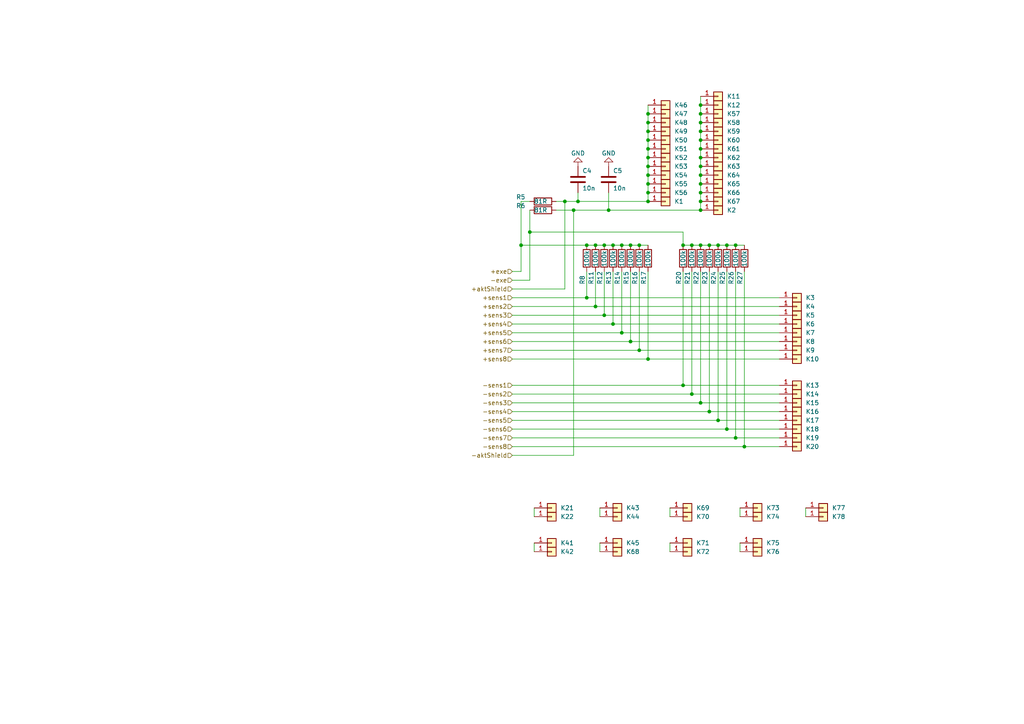
<source format=kicad_sch>
(kicad_sch (version 20211123) (generator eeschema)
  (paper "A4")
  (lib_symbols
    (symbol "Connector_Generic:Conn_01x01" (pin_names (offset 1.016) hide)
      (property "Reference" "J" (at 0 2.54 0))
      (property "Value" "Conn_01x01" (at 0 -2.54 0))
      (symbol "Conn_01x01_1_1"
        (rectangle (start -1.27 0.127) (end 0 -0.127) (stroke (width 0.1524)))
        (rectangle (start -1.27 1.27) (end 1.27 -1.27) (stroke (width 0.254)) (fill (type background)))
        (pin passive line (at -5.08 0 0) (length 3.81) (name "Pin_1") (number "1"))
      )
    )
    (symbol "Device:C" (pin_numbers hide) (pin_names (offset 0.254))
      (property "Reference" "C" (at 0.635 2.54 0))
      (property "Value" "C" (at 0.635 -2.54 0))
      (symbol "C_0_1"
        (polyline (pts (xy -2.032 -0.762) (xy 2.032 -0.762)) (stroke (width 0.508)))
        (polyline (pts (xy -2.032 0.762) (xy 2.032 0.762)) (stroke (width 0.508)))
      )
      (symbol "C_1_1"
        (pin passive line (at 0 3.81 270) (length 2.794) (name "~") (number "1"))
        (pin passive line (at 0 -3.81 90) (length 2.794) (name "~") (number "2"))
      )
    )
    (symbol "Device:R" (pin_numbers hide) (pin_names (offset 0))
      (property "Reference" "R" (at 2.032 0 90))
      (property "Value" "R" (at 0 0 90))
      (symbol "R_0_1"
        (rectangle (start -1.016 -2.54) (end 1.016 2.54) (stroke (width 0.254)))
      )
      (symbol "R_1_1"
        (pin passive line (at 0 3.81 270) (length 1.27) (name "~") (number "1"))
        (pin passive line (at 0 -3.81 90) (length 1.27) (name "~") (number "2"))
      )
    )
    (symbol "power:GND" (power) (pin_names (offset 0))
      (property "Value" "GND" (at 0 -3.81 0))
      (symbol "GND_0_1"
        (polyline (pts (xy 0 0) (xy 0 -1.27) (xy 1.27 -1.27) (xy 0 -2.54) (xy -1.27 -1.27) (xy 0 -1.27)))
      )
      (symbol "GND_1_1"
        (pin power_in line (at 0 0 270) (length 0) hide (name "GND") (number "1"))
      )
    )
  )
  (junction (at 203.2 33.02))
  (junction (at 151.13 71.12))
  (junction (at 187.96 43.18))
  (junction (at 153.67 67.31))
  (junction (at 172.72 88.9))
  (junction (at 203.2 55.88))
  (junction (at 203.2 50.8))
  (junction (at 203.2 45.72))
  (junction (at 175.26 71.12))
  (junction (at 166.37 60.96))
  (junction (at 187.96 45.72))
  (junction (at 185.42 101.6))
  (junction (at 187.96 104.14))
  (junction (at 203.2 35.56))
  (junction (at 210.82 71.12))
  (junction (at 185.42 71.12))
  (junction (at 167.64 58.42))
  (junction (at 177.8 93.98))
  (junction (at 187.96 40.64))
  (junction (at 187.96 50.8))
  (junction (at 203.2 48.26))
  (junction (at 177.8 71.12))
  (junction (at 187.96 35.56))
  (junction (at 200.66 71.12))
  (junction (at 187.96 33.02))
  (junction (at 172.72 71.12))
  (junction (at 203.2 43.18))
  (junction (at 205.74 71.12))
  (junction (at 187.96 48.26))
  (junction (at 187.96 58.42))
  (junction (at 200.66 114.3))
  (junction (at 205.74 119.38))
  (junction (at 210.82 124.46))
  (junction (at 182.88 99.06))
  (junction (at 208.28 121.92))
  (junction (at 187.96 55.88))
  (junction (at 208.28 71.12))
  (junction (at 180.34 71.12))
  (junction (at 187.96 38.1))
  (junction (at 198.12 71.12))
  (junction (at 203.2 116.84))
  (junction (at 213.36 71.12))
  (junction (at 182.88 71.12))
  (junction (at 203.2 71.12))
  (junction (at 198.12 111.76))
  (junction (at 203.2 38.1))
  (junction (at 163.83 58.42))
  (junction (at 203.2 58.42))
  (junction (at 215.9 129.54))
  (junction (at 175.26 91.44))
  (junction (at 213.36 127))
  (junction (at 187.96 53.34))
  (junction (at 176.53 60.96))
  (junction (at 180.34 96.52))
  (junction (at 203.2 30.48))
  (junction (at 170.18 71.12))
  (junction (at 170.18 86.36))
  (junction (at 203.2 53.34))
  (junction (at 203.2 40.64))
  (junction (at 203.2 60.96))
  (wire (pts (xy 203.2 35.56) (xy 203.2 38.1)))
  (wire (pts (xy 148.59 114.3) (xy 200.66 114.3)))
  (wire (pts (xy 198.12 71.12) (xy 200.66 71.12)))
  (wire (pts (xy 153.67 81.28) (xy 148.59 81.28)))
  (wire (pts (xy 172.72 78.74) (xy 172.72 88.9)))
  (wire (pts (xy 187.96 33.02) (xy 187.96 35.56)))
  (wire (pts (xy 148.59 119.38) (xy 205.74 119.38)))
  (wire (pts (xy 148.59 78.74) (xy 151.13 78.74)))
  (wire (pts (xy 170.18 78.74) (xy 170.18 86.36)))
  (wire (pts (xy 203.2 55.88) (xy 203.2 58.42)))
  (wire (pts (xy 148.59 93.98) (xy 177.8 93.98)))
  (wire (pts (xy 213.36 78.74) (xy 213.36 127)))
  (wire (pts (xy 148.59 116.84) (xy 203.2 116.84)))
  (wire (pts (xy 203.2 116.84) (xy 226.06 116.84)))
  (wire (pts (xy 177.8 78.74) (xy 177.8 93.98)))
  (wire (pts (xy 166.37 60.96) (xy 166.37 132.08)))
  (wire (pts (xy 170.18 71.12) (xy 172.72 71.12)))
  (wire (pts (xy 213.36 71.12) (xy 215.9 71.12)))
  (wire (pts (xy 187.96 38.1) (xy 187.96 40.64)))
  (wire (pts (xy 172.72 71.12) (xy 175.26 71.12)))
  (wire (pts (xy 210.82 78.74) (xy 210.82 124.46)))
  (wire (pts (xy 148.59 121.92) (xy 208.28 121.92)))
  (wire (pts (xy 210.82 124.46) (xy 226.06 124.46)))
  (wire (pts (xy 200.66 71.12) (xy 203.2 71.12)))
  (wire (pts (xy 148.59 129.54) (xy 215.9 129.54)))
  (wire (pts (xy 187.96 30.48) (xy 187.96 33.02)))
  (wire (pts (xy 175.26 71.12) (xy 177.8 71.12)))
  (wire (pts (xy 214.63 147.32) (xy 214.63 149.86)))
  (wire (pts (xy 198.12 67.31) (xy 198.12 71.12)))
  (wire (pts (xy 203.2 38.1) (xy 203.2 40.64)))
  (wire (pts (xy 167.64 58.42) (xy 187.96 58.42)))
  (wire (pts (xy 148.59 91.44) (xy 175.26 91.44)))
  (wire (pts (xy 187.96 104.14) (xy 226.06 104.14)))
  (wire (pts (xy 185.42 78.74) (xy 185.42 101.6)))
  (wire (pts (xy 205.74 71.12) (xy 208.28 71.12)))
  (wire (pts (xy 148.59 111.76) (xy 198.12 111.76)))
  (wire (pts (xy 213.36 127) (xy 226.06 127)))
  (wire (pts (xy 215.9 78.74) (xy 215.9 129.54)))
  (wire (pts (xy 177.8 93.98) (xy 226.06 93.98)))
  (wire (pts (xy 163.83 58.42) (xy 161.29 58.42)))
  (wire (pts (xy 148.59 99.06) (xy 182.88 99.06)))
  (wire (pts (xy 153.67 60.96) (xy 153.67 67.31)))
  (wire (pts (xy 180.34 71.12) (xy 182.88 71.12)))
  (wire (pts (xy 154.94 147.32) (xy 154.94 149.86)))
  (wire (pts (xy 187.96 78.74) (xy 187.96 104.14)))
  (wire (pts (xy 187.96 53.34) (xy 187.96 55.88)))
  (wire (pts (xy 200.66 114.3) (xy 226.06 114.3)))
  (wire (pts (xy 185.42 71.12) (xy 187.96 71.12)))
  (wire (pts (xy 148.59 83.82) (xy 163.83 83.82)))
  (wire (pts (xy 203.2 78.74) (xy 203.2 116.84)))
  (wire (pts (xy 182.88 99.06) (xy 226.06 99.06)))
  (wire (pts (xy 153.67 67.31) (xy 153.67 81.28)))
  (wire (pts (xy 175.26 91.44) (xy 226.06 91.44)))
  (wire (pts (xy 187.96 35.56) (xy 187.96 38.1)))
  (wire (pts (xy 205.74 78.74) (xy 205.74 119.38)))
  (wire (pts (xy 187.96 43.18) (xy 187.96 45.72)))
  (wire (pts (xy 151.13 71.12) (xy 151.13 78.74)))
  (wire (pts (xy 187.96 50.8) (xy 187.96 53.34)))
  (wire (pts (xy 173.99 147.32) (xy 173.99 149.86)))
  (wire (pts (xy 166.37 60.96) (xy 176.53 60.96)))
  (wire (pts (xy 203.2 50.8) (xy 203.2 53.34)))
  (wire (pts (xy 175.26 78.74) (xy 175.26 91.44)))
  (wire (pts (xy 185.42 101.6) (xy 226.06 101.6)))
  (wire (pts (xy 170.18 86.36) (xy 226.06 86.36)))
  (wire (pts (xy 177.8 71.12) (xy 180.34 71.12)))
  (wire (pts (xy 148.59 88.9) (xy 172.72 88.9)))
  (wire (pts (xy 154.94 157.48) (xy 154.94 160.02)))
  (wire (pts (xy 208.28 78.74) (xy 208.28 121.92)))
  (wire (pts (xy 151.13 71.12) (xy 170.18 71.12)))
  (wire (pts (xy 167.64 58.42) (xy 167.64 55.88)))
  (wire (pts (xy 194.31 147.32) (xy 194.31 149.86)))
  (wire (pts (xy 194.31 157.48) (xy 194.31 160.02)))
  (wire (pts (xy 148.59 127) (xy 213.36 127)))
  (wire (pts (xy 187.96 48.26) (xy 187.96 50.8)))
  (wire (pts (xy 203.2 30.48) (xy 203.2 33.02)))
  (wire (pts (xy 153.67 58.42) (xy 151.13 58.42)))
  (wire (pts (xy 161.29 60.96) (xy 166.37 60.96)))
  (wire (pts (xy 180.34 78.74) (xy 180.34 96.52)))
  (wire (pts (xy 163.83 83.82) (xy 163.83 58.42)))
  (wire (pts (xy 173.99 157.48) (xy 173.99 160.02)))
  (wire (pts (xy 203.2 27.94) (xy 203.2 30.48)))
  (wire (pts (xy 187.96 40.64) (xy 187.96 43.18)))
  (wire (pts (xy 148.59 86.36) (xy 170.18 86.36)))
  (wire (pts (xy 203.2 71.12) (xy 205.74 71.12)))
  (wire (pts (xy 200.66 78.74) (xy 200.66 114.3)))
  (wire (pts (xy 215.9 129.54) (xy 226.06 129.54)))
  (wire (pts (xy 205.74 119.38) (xy 226.06 119.38)))
  (wire (pts (xy 148.59 96.52) (xy 180.34 96.52)))
  (wire (pts (xy 176.53 60.96) (xy 176.53 55.88)))
  (wire (pts (xy 203.2 33.02) (xy 203.2 35.56)))
  (wire (pts (xy 148.59 104.14) (xy 187.96 104.14)))
  (wire (pts (xy 187.96 45.72) (xy 187.96 48.26)))
  (wire (pts (xy 203.2 58.42) (xy 203.2 60.96)))
  (wire (pts (xy 172.72 88.9) (xy 226.06 88.9)))
  (wire (pts (xy 166.37 132.08) (xy 148.59 132.08)))
  (wire (pts (xy 233.68 147.32) (xy 233.68 149.86)))
  (wire (pts (xy 151.13 58.42) (xy 151.13 71.12)))
  (wire (pts (xy 163.83 58.42) (xy 167.64 58.42)))
  (wire (pts (xy 203.2 40.64) (xy 203.2 43.18)))
  (wire (pts (xy 148.59 124.46) (xy 210.82 124.46)))
  (wire (pts (xy 203.2 53.34) (xy 203.2 55.88)))
  (wire (pts (xy 198.12 111.76) (xy 226.06 111.76)))
  (wire (pts (xy 214.63 157.48) (xy 214.63 160.02)))
  (wire (pts (xy 198.12 78.74) (xy 198.12 111.76)))
  (wire (pts (xy 203.2 43.18) (xy 203.2 45.72)))
  (wire (pts (xy 203.2 48.26) (xy 203.2 50.8)))
  (wire (pts (xy 208.28 71.12) (xy 210.82 71.12)))
  (wire (pts (xy 208.28 121.92) (xy 226.06 121.92)))
  (wire (pts (xy 180.34 96.52) (xy 226.06 96.52)))
  (wire (pts (xy 153.67 67.31) (xy 198.12 67.31)))
  (wire (pts (xy 148.59 101.6) (xy 185.42 101.6)))
  (wire (pts (xy 182.88 71.12) (xy 185.42 71.12)))
  (wire (pts (xy 203.2 45.72) (xy 203.2 48.26)))
  (wire (pts (xy 182.88 78.74) (xy 182.88 99.06)))
  (wire (pts (xy 210.82 71.12) (xy 213.36 71.12)))
  (wire (pts (xy 176.53 60.96) (xy 203.2 60.96)))
  (wire (pts (xy 187.96 55.88) (xy 187.96 58.42)))
  (hierarchical_label "-sens3" (shape input) (at 148.59 116.84 180))
  (hierarchical_label "+sens8" (shape input) (at 148.59 104.14 180))
  (hierarchical_label "+exe" (shape input) (at 148.59 78.74 180))
  (hierarchical_label "+sens3" (shape input) (at 148.59 91.44 180))
  (hierarchical_label "+sens7" (shape input) (at 148.59 101.6 180))
  (hierarchical_label "-sens7" (shape input) (at 148.59 127 180))
  (hierarchical_label "+sens2" (shape input) (at 148.59 88.9 180))
  (hierarchical_label "-aktShield" (shape input) (at 148.59 132.08 180))
  (hierarchical_label "+sens1" (shape input) (at 148.59 86.36 180))
  (hierarchical_label "-sens2" (shape input) (at 148.59 114.3 180))
  (hierarchical_label "+sens4" (shape input) (at 148.59 93.98 180))
  (hierarchical_label "+aktShield" (shape input) (at 148.59 83.82 180))
  (hierarchical_label "-sens1" (shape input) (at 148.59 111.76 180))
  (hierarchical_label "-exe" (shape input) (at 148.59 81.28 180))
  (hierarchical_label "-sens5" (shape input) (at 148.59 121.92 180))
  (hierarchical_label "-sens4" (shape input) (at 148.59 119.38 180))
  (hierarchical_label "+sens5" (shape input) (at 148.59 96.52 180))
  (hierarchical_label "-sens6" (shape input) (at 148.59 124.46 180))
  (hierarchical_label "-sens8" (shape input) (at 148.59 129.54 180))
  (hierarchical_label "+sens6" (shape input) (at 148.59 99.06 180))
  (symbol (lib_id "Device:R") (at 180.34 74.93 180) (unit 1)
    (property "Reference" "R14" (at 179.07 82.55 90) (effects (justify right)))
    (property "Value" "100k" (at 180.34 77.47 90) (effects (justify right)))
    (property "Footprint" "Resistor_SMD:R_0603_1608Metric" (effects hide))
  )
  (symbol (lib_id "power:GND") (at 176.53 48.26 180) (unit 1)
    (property "Reference" "#PWR022" (effects hide))
    (property "Value" "GND" (at 176.53 44.45 0))
  )
  (symbol (lib_id "Connector_Generic:Conn_01x01") (at 208.28 30.48 0) (unit 1)
    (property "Reference" "K12" (at 210.82 30.48 0) (effects (justify left)))
    (property "Value" "capPad" (effects hide))
    (property "Footprint" "Bergi:dummyPad" (effects hide))
  )
  (symbol (lib_id "Connector_Generic:Conn_01x01") (at 231.14 101.6 0) (unit 1)
    (property "Reference" "K9" (at 233.68 101.6 0) (effects (justify left)))
    (property "Value" "capPad" (effects hide))
    (property "Footprint" "Bergi:dummyPad" (effects hide))
  )
  (symbol (lib_id "Connector_Generic:Conn_01x01") (at 199.39 147.32 0) (unit 1)
    (property "Reference" "K69" (at 201.93 147.32 0) (effects (justify left)))
    (property "Value" "capPad" (effects hide))
    (property "Footprint" "Bergi:dummyPad" (effects hide))
  )
  (symbol (lib_id "Connector_Generic:Conn_01x01") (at 193.04 48.26 0) (unit 1)
    (property "Reference" "K53" (at 195.58 48.26 0) (effects (justify left)))
    (property "Value" "capPad" (effects hide))
    (property "Footprint" "Bergi:dummyPad" (effects hide))
  )
  (symbol (lib_id "Connector_Generic:Conn_01x01") (at 193.04 43.18 0) (unit 1)
    (property "Reference" "K51" (at 195.58 43.18 0) (effects (justify left)))
    (property "Value" "capPad" (effects hide))
    (property "Footprint" "Bergi:dummyPad" (effects hide))
  )
  (symbol (lib_id "Connector_Generic:Conn_01x01") (at 231.14 99.06 0) (unit 1)
    (property "Reference" "K8" (at 233.68 99.06 0) (effects (justify left)))
    (property "Value" "capPad" (effects hide))
    (property "Footprint" "Bergi:dummyPad" (effects hide))
  )
  (symbol (lib_id "Connector_Generic:Conn_01x01") (at 193.04 55.88 0) (unit 1)
    (property "Reference" "K56" (at 195.58 55.88 0) (effects (justify left)))
    (property "Value" "capPad" (effects hide))
    (property "Footprint" "Bergi:dummyPad" (effects hide))
  )
  (symbol (lib_id "Connector_Generic:Conn_01x01") (at 160.02 149.86 0) (unit 1)
    (property "Reference" "K22" (at 162.56 149.86 0) (effects (justify left)))
    (property "Value" "capPad" (effects hide))
    (property "Footprint" "Bergi:dummyPad" (effects hide))
  )
  (symbol (lib_id "Connector_Generic:Conn_01x01") (at 208.28 33.02 0) (unit 1)
    (property "Reference" "K57" (at 210.82 33.02 0) (effects (justify left)))
    (property "Value" "capPad" (effects hide))
    (property "Footprint" "Bergi:dummyPad" (effects hide))
  )
  (symbol (lib_id "Device:R") (at 157.48 58.42 270) (unit 1)
    (property "Reference" "R5" (at 152.4 57.15 90) (effects (justify right)))
    (property "Value" "81R" (at 158.75 58.42 90) (effects (justify right)))
    (property "Footprint" "Resistor_SMD:R_0603_1608Metric" (effects hide))
  )
  (symbol (lib_id "Connector_Generic:Conn_01x01") (at 219.71 157.48 0) (unit 1)
    (property "Reference" "K75" (at 222.25 157.48 0) (effects (justify left)))
    (property "Value" "capPad" (effects hide))
    (property "Footprint" "Bergi:dummyPad" (effects hide))
  )
  (symbol (lib_id "Connector_Generic:Conn_01x01") (at 199.39 157.48 0) (unit 1)
    (property "Reference" "K71" (at 201.93 157.48 0) (effects (justify left)))
    (property "Value" "capPad" (effects hide))
    (property "Footprint" "Bergi:dummyPad" (effects hide))
  )
  (symbol (lib_id "Connector_Generic:Conn_01x01") (at 219.71 160.02 0) (unit 1)
    (property "Reference" "K76" (at 222.25 160.02 0) (effects (justify left)))
    (property "Value" "capPad" (effects hide))
    (property "Footprint" "Bergi:dummyPad" (effects hide))
  )
  (symbol (lib_id "Device:R") (at 157.48 60.96 270) (unit 1)
    (property "Reference" "R6" (at 152.4 59.69 90) (effects (justify right)))
    (property "Value" "81R" (at 158.75 60.96 90) (effects (justify right)))
    (property "Footprint" "Resistor_SMD:R_0603_1608Metric" (effects hide))
  )
  (symbol (lib_id "Connector_Generic:Conn_01x01") (at 160.02 157.48 0) (unit 1)
    (property "Reference" "K41" (at 162.56 157.48 0) (effects (justify left)))
    (property "Value" "capPad" (effects hide))
    (property "Footprint" "Bergi:dummyPad" (effects hide))
  )
  (symbol (lib_id "Device:R") (at 213.36 74.93 180) (unit 1)
    (property "Reference" "R26" (at 212.09 82.55 90) (effects (justify right)))
    (property "Value" "100k" (at 213.36 77.47 90) (effects (justify right)))
    (property "Footprint" "Resistor_SMD:R_0603_1608Metric" (effects hide))
  )
  (symbol (lib_id "Device:R") (at 198.12 74.93 180) (unit 1)
    (property "Reference" "R20" (at 196.85 82.55 90) (effects (justify right)))
    (property "Value" "100k" (at 198.12 77.47 90) (effects (justify right)))
    (property "Footprint" "Resistor_SMD:R_0603_1608Metric" (effects hide))
  )
  (symbol (lib_id "Connector_Generic:Conn_01x01") (at 193.04 45.72 0) (unit 1)
    (property "Reference" "K52" (at 195.58 45.72 0) (effects (justify left)))
    (property "Value" "capPad" (effects hide))
    (property "Footprint" "Bergi:dummyPad" (effects hide))
  )
  (symbol (lib_id "Device:R") (at 208.28 74.93 180) (unit 1)
    (property "Reference" "R24" (at 207.01 82.55 90) (effects (justify right)))
    (property "Value" "100k" (at 208.28 77.47 90) (effects (justify right)))
    (property "Footprint" "Resistor_SMD:R_0603_1608Metric" (effects hide))
  )
  (symbol (lib_id "Device:R") (at 215.9 74.93 180) (unit 1)
    (property "Reference" "R27" (at 214.63 82.55 90) (effects (justify right)))
    (property "Value" "100k" (at 215.9 77.47 90) (effects (justify right)))
    (property "Footprint" "Resistor_SMD:R_0603_1608Metric" (effects hide))
  )
  (symbol (lib_id "Connector_Generic:Conn_01x01") (at 199.39 149.86 0) (unit 1)
    (property "Reference" "K70" (at 201.93 149.86 0) (effects (justify left)))
    (property "Value" "capPad" (effects hide))
    (property "Footprint" "Bergi:dummyPad" (effects hide))
  )
  (symbol (lib_id "Device:R") (at 203.2 74.93 180) (unit 1)
    (property "Reference" "R22" (at 201.93 82.55 90) (effects (justify right)))
    (property "Value" "100k" (at 203.2 77.47 90) (effects (justify right)))
    (property "Footprint" "Resistor_SMD:R_0603_1608Metric" (effects hide))
  )
  (symbol (lib_id "Connector_Generic:Conn_01x01") (at 179.07 157.48 0) (unit 1)
    (property "Reference" "K45" (at 181.61 157.48 0) (effects (justify left)))
    (property "Value" "capPad" (effects hide))
    (property "Footprint" "Bergi:dummyPad" (effects hide))
  )
  (symbol (lib_id "Device:R") (at 200.66 74.93 180) (unit 1)
    (property "Reference" "R21" (at 199.39 82.55 90) (effects (justify right)))
    (property "Value" "100k" (at 200.66 77.47 90) (effects (justify right)))
    (property "Footprint" "Resistor_SMD:R_0603_1608Metric" (effects hide))
  )
  (symbol (lib_id "Connector_Generic:Conn_01x01") (at 208.28 58.42 0) (unit 1)
    (property "Reference" "K67" (at 210.82 58.42 0) (effects (justify left)))
    (property "Value" "capPad" (effects hide))
    (property "Footprint" "Bergi:dummyPad" (effects hide))
  )
  (symbol (lib_id "power:GND") (at 167.64 48.26 180) (unit 1)
    (property "Reference" "#PWR019" (effects hide))
    (property "Value" "GND" (at 167.64 44.45 0))
  )
  (symbol (lib_id "Connector_Generic:Conn_01x01") (at 231.14 86.36 0) (unit 1)
    (property "Reference" "K3" (at 233.68 86.36 0) (effects (justify left)))
    (property "Value" "capPad" (effects hide))
    (property "Footprint" "Bergi:dummyPad" (effects hide))
  )
  (symbol (lib_id "Connector_Generic:Conn_01x01") (at 193.04 33.02 0) (unit 1)
    (property "Reference" "K47" (at 195.58 33.02 0) (effects (justify left)))
    (property "Value" "capPad" (effects hide))
    (property "Footprint" "Bergi:dummyPad" (effects hide))
  )
  (symbol (lib_id "Connector_Generic:Conn_01x01") (at 238.76 149.86 0) (unit 1)
    (property "Reference" "K78" (at 241.3 149.86 0) (effects (justify left)))
    (property "Value" "capPad" (effects hide))
    (property "Footprint" "Bergi:dummyPad" (effects hide))
  )
  (symbol (lib_id "Connector_Generic:Conn_01x01") (at 208.28 40.64 0) (unit 1)
    (property "Reference" "K60" (at 210.82 40.64 0) (effects (justify left)))
    (property "Value" "capPad" (effects hide))
    (property "Footprint" "Bergi:dummyPad" (effects hide))
  )
  (symbol (lib_id "Device:R") (at 185.42 74.93 180) (unit 1)
    (property "Reference" "R16" (at 184.15 82.55 90) (effects (justify right)))
    (property "Value" "100k" (at 185.42 77.47 90) (effects (justify right)))
    (property "Footprint" "Resistor_SMD:R_0603_1608Metric" (effects hide))
  )
  (symbol (lib_id "Connector_Generic:Conn_01x01") (at 199.39 160.02 0) (unit 1)
    (property "Reference" "K72" (at 201.93 160.02 0) (effects (justify left)))
    (property "Value" "capPad" (effects hide))
    (property "Footprint" "Bergi:dummyPad" (effects hide))
  )
  (symbol (lib_id "Connector_Generic:Conn_01x01") (at 208.28 45.72 0) (unit 1)
    (property "Reference" "K62" (at 210.82 45.72 0) (effects (justify left)))
    (property "Value" "capPad" (effects hide))
    (property "Footprint" "Bergi:dummyPad" (effects hide))
  )
  (symbol (lib_id "Device:R") (at 175.26 74.93 180) (unit 1)
    (property "Reference" "R12" (at 173.99 82.55 90) (effects (justify right)))
    (property "Value" "100k" (at 175.26 77.47 90) (effects (justify right)))
    (property "Footprint" "Resistor_SMD:R_0603_1608Metric" (effects hide))
  )
  (symbol (lib_id "Connector_Generic:Conn_01x01") (at 193.04 38.1 0) (unit 1)
    (property "Reference" "K49" (at 195.58 38.1 0) (effects (justify left)))
    (property "Value" "capPad" (effects hide))
    (property "Footprint" "Bergi:dummyPad" (effects hide))
  )
  (symbol (lib_id "Connector_Generic:Conn_01x01") (at 208.28 48.26 0) (unit 1)
    (property "Reference" "K63" (at 210.82 48.26 0) (effects (justify left)))
    (property "Value" "capPad" (effects hide))
    (property "Footprint" "Bergi:dummyPad" (effects hide))
  )
  (symbol (lib_id "Connector_Generic:Conn_01x01") (at 208.28 60.96 0) (unit 1)
    (property "Reference" "K2" (at 210.82 60.96 0) (effects (justify left)))
    (property "Value" "capPad" (effects hide))
    (property "Footprint" "Bergi:dummyPad" (effects hide))
  )
  (symbol (lib_id "Connector_Generic:Conn_01x01") (at 193.04 35.56 0) (unit 1)
    (property "Reference" "K48" (at 195.58 35.56 0) (effects (justify left)))
    (property "Value" "capPad" (effects hide))
    (property "Footprint" "Bergi:dummyPad" (effects hide))
  )
  (symbol (lib_id "Connector_Generic:Conn_01x01") (at 208.28 27.94 0) (unit 1)
    (property "Reference" "K11" (at 210.82 27.94 0) (effects (justify left)))
    (property "Value" "capPad" (effects hide))
    (property "Footprint" "Bergi:dummyPad" (effects hide))
  )
  (symbol (lib_id "Device:R") (at 210.82 74.93 180) (unit 1)
    (property "Reference" "R25" (at 209.55 82.55 90) (effects (justify right)))
    (property "Value" "100k" (at 210.82 77.47 90) (effects (justify right)))
    (property "Footprint" "Resistor_SMD:R_0603_1608Metric" (effects hide))
  )
  (symbol (lib_id "Connector_Generic:Conn_01x01") (at 179.07 149.86 0) (unit 1)
    (property "Reference" "K44" (at 181.61 149.86 0) (effects (justify left)))
    (property "Value" "capPad" (effects hide))
    (property "Footprint" "Bergi:dummyPad" (effects hide))
  )
  (symbol (lib_id "Connector_Generic:Conn_01x01") (at 160.02 147.32 0) (unit 1)
    (property "Reference" "K21" (at 162.56 147.32 0) (effects (justify left)))
    (property "Value" "capPad" (effects hide))
    (property "Footprint" "Bergi:dummyPad" (effects hide))
  )
  (symbol (lib_id "Connector_Generic:Conn_01x01") (at 231.14 116.84 0) (unit 1)
    (property "Reference" "K15" (at 233.68 116.84 0) (effects (justify left)))
    (property "Value" "capPad" (effects hide))
    (property "Footprint" "Bergi:dummyPad" (effects hide))
  )
  (symbol (lib_id "Connector_Generic:Conn_01x01") (at 231.14 114.3 0) (unit 1)
    (property "Reference" "K14" (at 233.68 114.3 0) (effects (justify left)))
    (property "Value" "capPad" (effects hide))
    (property "Footprint" "Bergi:dummyPad" (effects hide))
  )
  (symbol (lib_id "Device:R") (at 177.8 74.93 180) (unit 1)
    (property "Reference" "R13" (at 176.53 82.55 90) (effects (justify right)))
    (property "Value" "100k" (at 177.8 77.47 90) (effects (justify right)))
    (property "Footprint" "Resistor_SMD:R_0603_1608Metric" (effects hide))
  )
  (symbol (lib_id "Connector_Generic:Conn_01x01") (at 193.04 53.34 0) (unit 1)
    (property "Reference" "K55" (at 195.58 53.34 0) (effects (justify left)))
    (property "Value" "capPad" (effects hide))
    (property "Footprint" "Bergi:dummyPad" (effects hide))
  )
  (symbol (lib_id "Connector_Generic:Conn_01x01") (at 208.28 43.18 0) (unit 1)
    (property "Reference" "K61" (at 210.82 43.18 0) (effects (justify left)))
    (property "Value" "capPad" (effects hide))
    (property "Footprint" "Bergi:dummyPad" (effects hide))
  )
  (symbol (lib_id "Device:R") (at 187.96 74.93 180) (unit 1)
    (property "Reference" "R17" (at 186.69 82.55 90) (effects (justify right)))
    (property "Value" "100k" (at 187.96 77.47 90) (effects (justify right)))
    (property "Footprint" "Resistor_SMD:R_0603_1608Metric" (effects hide))
  )
  (symbol (lib_id "Connector_Generic:Conn_01x01") (at 208.28 38.1 0) (unit 1)
    (property "Reference" "K59" (at 210.82 38.1 0) (effects (justify left)))
    (property "Value" "capPad" (effects hide))
    (property "Footprint" "Bergi:dummyPad" (effects hide))
  )
  (symbol (lib_id "Connector_Generic:Conn_01x01") (at 193.04 30.48 0) (unit 1)
    (property "Reference" "K46" (at 195.58 30.48 0) (effects (justify left)))
    (property "Value" "capPad" (effects hide))
    (property "Footprint" "Bergi:dummyPad" (effects hide))
  )
  (symbol (lib_id "Connector_Generic:Conn_01x01") (at 231.14 91.44 0) (unit 1)
    (property "Reference" "K5" (at 233.68 91.44 0) (effects (justify left)))
    (property "Value" "capPad" (effects hide))
    (property "Footprint" "Bergi:dummyPad" (effects hide))
  )
  (symbol (lib_id "Connector_Generic:Conn_01x01") (at 179.07 147.32 0) (unit 1)
    (property "Reference" "K43" (at 181.61 147.32 0) (effects (justify left)))
    (property "Value" "capPad" (effects hide))
    (property "Footprint" "Bergi:dummyPad" (effects hide))
  )
  (symbol (lib_id "Connector_Generic:Conn_01x01") (at 231.14 88.9 0) (unit 1)
    (property "Reference" "K4" (at 233.68 88.9 0) (effects (justify left)))
    (property "Value" "capPad" (effects hide))
    (property "Footprint" "Bergi:dummyPad" (effects hide))
  )
  (symbol (lib_id "Connector_Generic:Conn_01x01") (at 160.02 160.02 0) (unit 1)
    (property "Reference" "K42" (at 162.56 160.02 0) (effects (justify left)))
    (property "Value" "capPad" (effects hide))
    (property "Footprint" "Bergi:dummyPad" (effects hide))
  )
  (symbol (lib_id "Connector_Generic:Conn_01x01") (at 208.28 55.88 0) (unit 1)
    (property "Reference" "K66" (at 210.82 55.88 0) (effects (justify left)))
    (property "Value" "capPad" (effects hide))
    (property "Footprint" "Bergi:dummyPad" (effects hide))
  )
  (symbol (lib_id "Connector_Generic:Conn_01x01") (at 193.04 58.42 0) (unit 1)
    (property "Reference" "K1" (at 195.58 58.42 0) (effects (justify left)))
    (property "Value" "capPad" (effects hide))
    (property "Footprint" "Bergi:dummyPad" (effects hide))
  )
  (symbol (lib_id "Device:R") (at 172.72 74.93 180) (unit 1)
    (property "Reference" "R11" (at 171.45 82.55 90) (effects (justify right)))
    (property "Value" "100k" (at 172.72 77.47 90) (effects (justify right)))
    (property "Footprint" "Resistor_SMD:R_0603_1608Metric" (effects hide))
  )
  (symbol (lib_id "Connector_Generic:Conn_01x01") (at 231.14 121.92 0) (unit 1)
    (property "Reference" "K17" (at 233.68 121.92 0) (effects (justify left)))
    (property "Value" "capPad" (effects hide))
    (property "Footprint" "Bergi:dummyPad" (effects hide))
  )
  (symbol (lib_id "Connector_Generic:Conn_01x01") (at 231.14 124.46 0) (unit 1)
    (property "Reference" "K18" (at 233.68 124.46 0) (effects (justify left)))
    (property "Value" "capPad" (effects hide))
    (property "Footprint" "Bergi:dummyPad" (effects hide))
  )
  (symbol (lib_id "Connector_Generic:Conn_01x01") (at 231.14 104.14 0) (unit 1)
    (property "Reference" "K10" (at 233.68 104.14 0) (effects (justify left)))
    (property "Value" "capPad" (effects hide))
    (property "Footprint" "Bergi:dummyPad" (effects hide))
  )
  (symbol (lib_id "Device:R") (at 205.74 74.93 180) (unit 1)
    (property "Reference" "R23" (at 204.47 82.55 90) (effects (justify right)))
    (property "Value" "100k" (at 205.74 77.47 90) (effects (justify right)))
    (property "Footprint" "Resistor_SMD:R_0603_1608Metric" (effects hide))
  )
  (symbol (lib_id "Device:C") (at 176.53 52.07 180) (unit 1)
    (property "Reference" "C5" (at 177.8 49.53 0) (effects (justify right)))
    (property "Value" "10n" (at 177.8 54.61 0) (effects (justify right)))
    (property "Footprint" "Capacitor_SMD:C_0603_1608Metric" (effects hide))
  )
  (symbol (lib_id "Connector_Generic:Conn_01x01") (at 193.04 40.64 0) (unit 1)
    (property "Reference" "K50" (at 195.58 40.64 0) (effects (justify left)))
    (property "Value" "capPad" (effects hide))
    (property "Footprint" "Bergi:dummyPad" (effects hide))
  )
  (symbol (lib_id "Connector_Generic:Conn_01x01") (at 219.71 149.86 0) (unit 1)
    (property "Reference" "K74" (at 222.25 149.86 0) (effects (justify left)))
    (property "Value" "capPad" (effects hide))
    (property "Footprint" "Bergi:dummyPad" (effects hide))
  )
  (symbol (lib_id "Connector_Generic:Conn_01x01") (at 219.71 147.32 0) (unit 1)
    (property "Reference" "K73" (at 222.25 147.32 0) (effects (justify left)))
    (property "Value" "capPad" (effects hide))
    (property "Footprint" "Bergi:dummyPad" (effects hide))
  )
  (symbol (lib_id "Connector_Generic:Conn_01x01") (at 231.14 96.52 0) (unit 1)
    (property "Reference" "K7" (at 233.68 96.52 0) (effects (justify left)))
    (property "Value" "capPad" (effects hide))
    (property "Footprint" "Bergi:dummyPad" (effects hide))
  )
  (symbol (lib_id "Connector_Generic:Conn_01x01") (at 179.07 160.02 0) (unit 1)
    (property "Reference" "K68" (at 181.61 160.02 0) (effects (justify left)))
    (property "Value" "capPad" (effects hide))
    (property "Footprint" "Bergi:dummyPad" (effects hide))
  )
  (symbol (lib_id "Connector_Generic:Conn_01x01") (at 208.28 35.56 0) (unit 1)
    (property "Reference" "K58" (at 210.82 35.56 0) (effects (justify left)))
    (property "Value" "capPad" (effects hide))
    (property "Footprint" "Bergi:dummyPad" (effects hide))
  )
  (symbol (lib_id "Device:R") (at 170.18 74.93 180) (unit 1)
    (property "Reference" "R8" (at 168.91 82.55 90) (effects (justify right)))
    (property "Value" "100k" (at 170.18 77.47 90) (effects (justify right)))
    (property "Footprint" "Resistor_SMD:R_0603_1608Metric" (effects hide))
  )
  (symbol (lib_id "Device:R") (at 182.88 74.93 180) (unit 1)
    (property "Reference" "R15" (at 181.61 82.55 90) (effects (justify right)))
    (property "Value" "100k" (at 182.88 77.47 90) (effects (justify right)))
    (property "Footprint" "Resistor_SMD:R_0603_1608Metric" (effects hide))
  )
  (symbol (lib_id "Connector_Generic:Conn_01x01") (at 193.04 50.8 0) (unit 1)
    (property "Reference" "K54" (at 195.58 50.8 0) (effects (justify left)))
    (property "Value" "capPad" (effects hide))
    (property "Footprint" "Bergi:dummyPad" (effects hide))
  )
  (symbol (lib_id "Connector_Generic:Conn_01x01") (at 231.14 111.76 0) (unit 1)
    (property "Reference" "K13" (at 233.68 111.76 0) (effects (justify left)))
    (property "Value" "capPad" (effects hide))
    (property "Footprint" "Bergi:dummyPad" (effects hide))
  )
  (symbol (lib_id "Connector_Generic:Conn_01x01") (at 231.14 93.98 0) (unit 1)
    (property "Reference" "K6" (at 233.68 93.98 0) (effects (justify left)))
    (property "Value" "capPad" (effects hide))
    (property "Footprint" "Bergi:dummyPad" (effects hide))
  )
  (symbol (lib_id "Connector_Generic:Conn_01x01") (at 238.76 147.32 0) (unit 1)
    (property "Reference" "K77" (at 241.3 147.32 0) (effects (justify left)))
    (property "Value" "capPad" (effects hide))
    (property "Footprint" "Bergi:dummyPad" (effects hide))
  )
  (symbol (lib_id "Connector_Generic:Conn_01x01") (at 208.28 50.8 0) (unit 1)
    (property "Reference" "K64" (at 210.82 50.8 0) (effects (justify left)))
    (property "Value" "capPad" (effects hide))
    (property "Footprint" "Bergi:dummyPad" (effects hide))
  )
  (symbol (lib_id "Connector_Generic:Conn_01x01") (at 208.28 53.34 0) (unit 1)
    (property "Reference" "K65" (at 210.82 53.34 0) (effects (justify left)))
    (property "Value" "capPad" (effects hide))
    (property "Footprint" "Bergi:dummyPad" (effects hide))
  )
  (symbol (lib_id "Connector_Generic:Conn_01x01") (at 231.14 129.54 0) (unit 1)
    (property "Reference" "K20" (at 233.68 129.54 0) (effects (justify left)))
    (property "Value" "capPad" (effects hide))
    (property "Footprint" "Bergi:dummyPad" (effects hide))
  )
  (symbol (lib_id "Device:C") (at 167.64 52.07 180) (unit 1)
    (property "Reference" "C4" (at 168.91 49.53 0) (effects (justify right)))
    (property "Value" "10n" (at 168.91 54.61 0) (effects (justify right)))
    (property "Footprint" "Capacitor_SMD:C_0603_1608Metric" (effects hide))
  )
  (symbol (lib_id "Connector_Generic:Conn_01x01") (at 231.14 119.38 0) (unit 1)
    (property "Reference" "K16" (at 233.68 119.38 0) (effects (justify left)))
    (property "Value" "capPad" (effects hide))
    (property "Footprint" "Bergi:dummyPad" (effects hide))
  )
  (symbol (lib_id "Connector_Generic:Conn_01x01") (at 231.14 127 0) (unit 1)
    (property "Reference" "K19" (at 233.68 127 0) (effects (justify left)))
    (property "Value" "capPad" (effects hide))
    (property "Footprint" "Bergi:dummyPad" (effects hide))
  )
)
</source>
